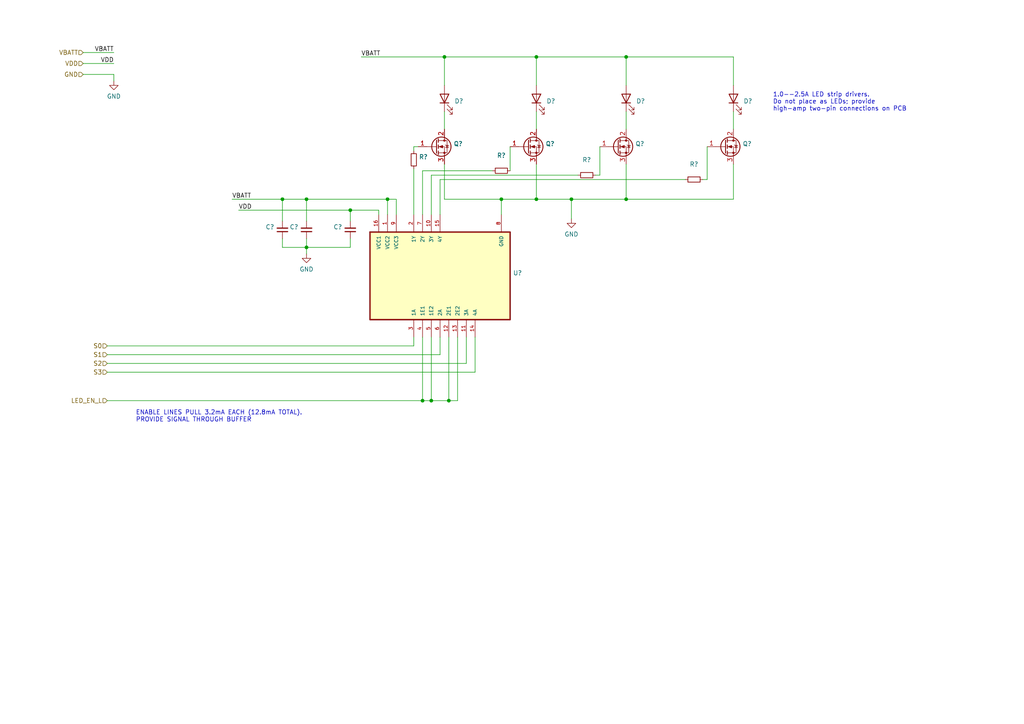
<source format=kicad_sch>
(kicad_sch (version 20211123) (generator eeschema)

  (uuid 1c54b71a-a5ef-4462-b363-c91e4e7cea2b)

  (paper "A4")

  (lib_symbols
    (symbol "Aaron-MOSFET-Drivers:SN75374N" (pin_names (offset 1.016)) (in_bom yes) (on_board yes)
      (property "Reference" "U" (id 0) (at -12.7 21.3106 0)
        (effects (font (size 1.27 1.27)) (justify left bottom))
      )
      (property "Value" "SN75374N" (id 1) (at -12.7 -24.3078 0)
        (effects (font (size 1.27 1.27)) (justify left bottom))
      )
      (property "Footprint" "Aaron_TI_Parts:TI_N_R-PDIP-T16" (id 2) (at 0 0 0)
        (effects (font (size 1.27 1.27)) (justify left bottom) hide)
      )
      (property "Datasheet" "https://www.ti.com/lit/ds/symlink/sn75374.pdf" (id 3) (at 0 0 0)
        (effects (font (size 1.27 1.27)) (justify left bottom) hide)
      )
      (property "ki_keywords" "MOSFET Power" (id 4) (at 0 0 0)
        (effects (font (size 1.27 1.27)) hide)
      )
      (property "ki_description" "Quad MOSFET Driver (inverting)" (id 5) (at 0 0 0)
        (effects (font (size 1.27 1.27)) hide)
      )
      (symbol "SN75374N_0_0"
        (rectangle (start -12.7 -20.32) (end 12.7 20.32)
          (stroke (width 0.4064) (type default) (color 0 0 0 0))
          (fill (type background))
        )
        (pin power_in line (at 17.78 15.24 180) (length 5.08)
          (name "VCC2" (effects (font (size 1.016 1.016))))
          (number "1" (effects (font (size 1.016 1.016))))
        )
        (pin output line (at 17.78 2.54 180) (length 5.08)
          (name "3Y" (effects (font (size 1.016 1.016))))
          (number "10" (effects (font (size 1.016 1.016))))
        )
        (pin input line (at -17.78 -7.62 0) (length 5.08)
          (name "3A" (effects (font (size 1.016 1.016))))
          (number "11" (effects (font (size 1.016 1.016))))
        )
        (pin input line (at -17.78 -2.54 0) (length 5.08)
          (name "2E1" (effects (font (size 1.016 1.016))))
          (number "12" (effects (font (size 1.016 1.016))))
        )
        (pin input line (at -17.78 -5.08 0) (length 5.08)
          (name "2E2" (effects (font (size 1.016 1.016))))
          (number "13" (effects (font (size 1.016 1.016))))
        )
        (pin input line (at -17.78 -10.16 0) (length 5.08)
          (name "4A" (effects (font (size 1.016 1.016))))
          (number "14" (effects (font (size 1.016 1.016))))
        )
        (pin output line (at 17.78 0 180) (length 5.08)
          (name "4Y" (effects (font (size 1.016 1.016))))
          (number "15" (effects (font (size 1.016 1.016))))
        )
        (pin power_in line (at 17.78 17.78 180) (length 5.08)
          (name "VCC1" (effects (font (size 1.016 1.016))))
          (number "16" (effects (font (size 1.016 1.016))))
        )
        (pin output line (at 17.78 7.62 180) (length 5.08)
          (name "1Y" (effects (font (size 1.016 1.016))))
          (number "2" (effects (font (size 1.016 1.016))))
        )
        (pin input line (at -17.78 7.62 0) (length 5.08)
          (name "1A" (effects (font (size 1.016 1.016))))
          (number "3" (effects (font (size 1.016 1.016))))
        )
        (pin input line (at -17.78 5.08 0) (length 5.08)
          (name "1E1" (effects (font (size 1.016 1.016))))
          (number "4" (effects (font (size 1.016 1.016))))
        )
        (pin input line (at -17.78 2.54 0) (length 5.08)
          (name "1E2" (effects (font (size 1.016 1.016))))
          (number "5" (effects (font (size 1.016 1.016))))
        )
        (pin input line (at -17.78 0 0) (length 5.08)
          (name "2A" (effects (font (size 1.016 1.016))))
          (number "6" (effects (font (size 1.016 1.016))))
        )
        (pin output line (at 17.78 5.08 180) (length 5.08)
          (name "2Y" (effects (font (size 1.016 1.016))))
          (number "7" (effects (font (size 1.016 1.016))))
        )
        (pin power_in line (at 17.78 -17.78 180) (length 5.08)
          (name "GND" (effects (font (size 1.016 1.016))))
          (number "8" (effects (font (size 1.016 1.016))))
        )
        (pin power_in line (at 17.78 12.7 180) (length 5.08)
          (name "VCC3" (effects (font (size 1.016 1.016))))
          (number "9" (effects (font (size 1.016 1.016))))
        )
      )
    )
    (symbol "Device:C_Small" (pin_numbers hide) (pin_names (offset 0.254) hide) (in_bom yes) (on_board yes)
      (property "Reference" "C" (id 0) (at 0.254 1.778 0)
        (effects (font (size 1.27 1.27)) (justify left))
      )
      (property "Value" "C_Small" (id 1) (at 0.254 -2.032 0)
        (effects (font (size 1.27 1.27)) (justify left))
      )
      (property "Footprint" "" (id 2) (at 0 0 0)
        (effects (font (size 1.27 1.27)) hide)
      )
      (property "Datasheet" "~" (id 3) (at 0 0 0)
        (effects (font (size 1.27 1.27)) hide)
      )
      (property "ki_keywords" "capacitor cap" (id 4) (at 0 0 0)
        (effects (font (size 1.27 1.27)) hide)
      )
      (property "ki_description" "Unpolarized capacitor, small symbol" (id 5) (at 0 0 0)
        (effects (font (size 1.27 1.27)) hide)
      )
      (property "ki_fp_filters" "C_*" (id 6) (at 0 0 0)
        (effects (font (size 1.27 1.27)) hide)
      )
      (symbol "C_Small_0_1"
        (polyline
          (pts
            (xy -1.524 -0.508)
            (xy 1.524 -0.508)
          )
          (stroke (width 0.3302) (type default) (color 0 0 0 0))
          (fill (type none))
        )
        (polyline
          (pts
            (xy -1.524 0.508)
            (xy 1.524 0.508)
          )
          (stroke (width 0.3048) (type default) (color 0 0 0 0))
          (fill (type none))
        )
      )
      (symbol "C_Small_1_1"
        (pin passive line (at 0 2.54 270) (length 2.032)
          (name "~" (effects (font (size 1.27 1.27))))
          (number "1" (effects (font (size 1.27 1.27))))
        )
        (pin passive line (at 0 -2.54 90) (length 2.032)
          (name "~" (effects (font (size 1.27 1.27))))
          (number "2" (effects (font (size 1.27 1.27))))
        )
      )
    )
    (symbol "Device:LED" (pin_numbers hide) (pin_names (offset 1.016) hide) (in_bom yes) (on_board yes)
      (property "Reference" "D" (id 0) (at 0 2.54 0)
        (effects (font (size 1.27 1.27)))
      )
      (property "Value" "LED" (id 1) (at 0 -2.54 0)
        (effects (font (size 1.27 1.27)))
      )
      (property "Footprint" "" (id 2) (at 0 0 0)
        (effects (font (size 1.27 1.27)) hide)
      )
      (property "Datasheet" "~" (id 3) (at 0 0 0)
        (effects (font (size 1.27 1.27)) hide)
      )
      (property "ki_keywords" "LED diode" (id 4) (at 0 0 0)
        (effects (font (size 1.27 1.27)) hide)
      )
      (property "ki_description" "Light emitting diode" (id 5) (at 0 0 0)
        (effects (font (size 1.27 1.27)) hide)
      )
      (property "ki_fp_filters" "LED* LED_SMD:* LED_THT:*" (id 6) (at 0 0 0)
        (effects (font (size 1.27 1.27)) hide)
      )
      (symbol "LED_0_1"
        (polyline
          (pts
            (xy -1.27 -1.27)
            (xy -1.27 1.27)
          )
          (stroke (width 0.254) (type default) (color 0 0 0 0))
          (fill (type none))
        )
        (polyline
          (pts
            (xy -1.27 0)
            (xy 1.27 0)
          )
          (stroke (width 0) (type default) (color 0 0 0 0))
          (fill (type none))
        )
        (polyline
          (pts
            (xy 1.27 -1.27)
            (xy 1.27 1.27)
            (xy -1.27 0)
            (xy 1.27 -1.27)
          )
          (stroke (width 0.254) (type default) (color 0 0 0 0))
          (fill (type none))
        )
        (polyline
          (pts
            (xy -3.048 -0.762)
            (xy -4.572 -2.286)
            (xy -3.81 -2.286)
            (xy -4.572 -2.286)
            (xy -4.572 -1.524)
          )
          (stroke (width 0) (type default) (color 0 0 0 0))
          (fill (type none))
        )
        (polyline
          (pts
            (xy -1.778 -0.762)
            (xy -3.302 -2.286)
            (xy -2.54 -2.286)
            (xy -3.302 -2.286)
            (xy -3.302 -1.524)
          )
          (stroke (width 0) (type default) (color 0 0 0 0))
          (fill (type none))
        )
      )
      (symbol "LED_1_1"
        (pin passive line (at -3.81 0 0) (length 2.54)
          (name "K" (effects (font (size 1.27 1.27))))
          (number "1" (effects (font (size 1.27 1.27))))
        )
        (pin passive line (at 3.81 0 180) (length 2.54)
          (name "A" (effects (font (size 1.27 1.27))))
          (number "2" (effects (font (size 1.27 1.27))))
        )
      )
    )
    (symbol "Device:R_Small" (pin_numbers hide) (pin_names (offset 0.254) hide) (in_bom yes) (on_board yes)
      (property "Reference" "R" (id 0) (at 0.762 0.508 0)
        (effects (font (size 1.27 1.27)) (justify left))
      )
      (property "Value" "R_Small" (id 1) (at 0.762 -1.016 0)
        (effects (font (size 1.27 1.27)) (justify left))
      )
      (property "Footprint" "" (id 2) (at 0 0 0)
        (effects (font (size 1.27 1.27)) hide)
      )
      (property "Datasheet" "~" (id 3) (at 0 0 0)
        (effects (font (size 1.27 1.27)) hide)
      )
      (property "ki_keywords" "R resistor" (id 4) (at 0 0 0)
        (effects (font (size 1.27 1.27)) hide)
      )
      (property "ki_description" "Resistor, small symbol" (id 5) (at 0 0 0)
        (effects (font (size 1.27 1.27)) hide)
      )
      (property "ki_fp_filters" "R_*" (id 6) (at 0 0 0)
        (effects (font (size 1.27 1.27)) hide)
      )
      (symbol "R_Small_0_1"
        (rectangle (start -0.762 1.778) (end 0.762 -1.778)
          (stroke (width 0.2032) (type default) (color 0 0 0 0))
          (fill (type none))
        )
      )
      (symbol "R_Small_1_1"
        (pin passive line (at 0 2.54 270) (length 0.762)
          (name "~" (effects (font (size 1.27 1.27))))
          (number "1" (effects (font (size 1.27 1.27))))
        )
        (pin passive line (at 0 -2.54 90) (length 0.762)
          (name "~" (effects (font (size 1.27 1.27))))
          (number "2" (effects (font (size 1.27 1.27))))
        )
      )
    )
    (symbol "Transistor_FET:IRLB8721PBF" (pin_names hide) (in_bom yes) (on_board yes)
      (property "Reference" "Q" (id 0) (at 6.35 1.905 0)
        (effects (font (size 1.27 1.27)) (justify left))
      )
      (property "Value" "IRLB8721PBF" (id 1) (at 6.35 0 0)
        (effects (font (size 1.27 1.27)) (justify left))
      )
      (property "Footprint" "Package_TO_SOT_THT:TO-220-3_Vertical" (id 2) (at 6.35 -1.905 0)
        (effects (font (size 1.27 1.27) italic) (justify left) hide)
      )
      (property "Datasheet" "http://www.infineon.com/dgdl/irlb8721pbf.pdf?fileId=5546d462533600a40153566056732591" (id 3) (at 0 0 0)
        (effects (font (size 1.27 1.27)) (justify left) hide)
      )
      (property "ki_keywords" "N-Channel HEXFET MOSFET Logic-Level" (id 4) (at 0 0 0)
        (effects (font (size 1.27 1.27)) hide)
      )
      (property "ki_description" "62A Id, 30V Vds, 8.7 mOhm Rds, N-Channel HEXFET Power MOSFET, TO-220" (id 5) (at 0 0 0)
        (effects (font (size 1.27 1.27)) hide)
      )
      (property "ki_fp_filters" "TO?220*" (id 6) (at 0 0 0)
        (effects (font (size 1.27 1.27)) hide)
      )
      (symbol "IRLB8721PBF_0_1"
        (polyline
          (pts
            (xy 0.254 0)
            (xy -2.54 0)
          )
          (stroke (width 0) (type default) (color 0 0 0 0))
          (fill (type none))
        )
        (polyline
          (pts
            (xy 0.254 1.905)
            (xy 0.254 -1.905)
          )
          (stroke (width 0.254) (type default) (color 0 0 0 0))
          (fill (type none))
        )
        (polyline
          (pts
            (xy 0.762 -1.27)
            (xy 0.762 -2.286)
          )
          (stroke (width 0.254) (type default) (color 0 0 0 0))
          (fill (type none))
        )
        (polyline
          (pts
            (xy 0.762 0.508)
            (xy 0.762 -0.508)
          )
          (stroke (width 0.254) (type default) (color 0 0 0 0))
          (fill (type none))
        )
        (polyline
          (pts
            (xy 0.762 2.286)
            (xy 0.762 1.27)
          )
          (stroke (width 0.254) (type default) (color 0 0 0 0))
          (fill (type none))
        )
        (polyline
          (pts
            (xy 2.54 2.54)
            (xy 2.54 1.778)
          )
          (stroke (width 0) (type default) (color 0 0 0 0))
          (fill (type none))
        )
        (polyline
          (pts
            (xy 2.54 -2.54)
            (xy 2.54 0)
            (xy 0.762 0)
          )
          (stroke (width 0) (type default) (color 0 0 0 0))
          (fill (type none))
        )
        (polyline
          (pts
            (xy 0.762 -1.778)
            (xy 3.302 -1.778)
            (xy 3.302 1.778)
            (xy 0.762 1.778)
          )
          (stroke (width 0) (type default) (color 0 0 0 0))
          (fill (type none))
        )
        (polyline
          (pts
            (xy 1.016 0)
            (xy 2.032 0.381)
            (xy 2.032 -0.381)
            (xy 1.016 0)
          )
          (stroke (width 0) (type default) (color 0 0 0 0))
          (fill (type outline))
        )
        (polyline
          (pts
            (xy 2.794 0.508)
            (xy 2.921 0.381)
            (xy 3.683 0.381)
            (xy 3.81 0.254)
          )
          (stroke (width 0) (type default) (color 0 0 0 0))
          (fill (type none))
        )
        (polyline
          (pts
            (xy 3.302 0.381)
            (xy 2.921 -0.254)
            (xy 3.683 -0.254)
            (xy 3.302 0.381)
          )
          (stroke (width 0) (type default) (color 0 0 0 0))
          (fill (type none))
        )
        (circle (center 1.651 0) (radius 2.794)
          (stroke (width 0.254) (type default) (color 0 0 0 0))
          (fill (type none))
        )
        (circle (center 2.54 -1.778) (radius 0.254)
          (stroke (width 0) (type default) (color 0 0 0 0))
          (fill (type outline))
        )
        (circle (center 2.54 1.778) (radius 0.254)
          (stroke (width 0) (type default) (color 0 0 0 0))
          (fill (type outline))
        )
      )
      (symbol "IRLB8721PBF_1_1"
        (pin input line (at -5.08 0 0) (length 2.54)
          (name "G" (effects (font (size 1.27 1.27))))
          (number "1" (effects (font (size 1.27 1.27))))
        )
        (pin passive line (at 2.54 5.08 270) (length 2.54)
          (name "D" (effects (font (size 1.27 1.27))))
          (number "2" (effects (font (size 1.27 1.27))))
        )
        (pin passive line (at 2.54 -5.08 90) (length 2.54)
          (name "S" (effects (font (size 1.27 1.27))))
          (number "3" (effects (font (size 1.27 1.27))))
        )
      )
    )
    (symbol "power:GND" (power) (pin_names (offset 0)) (in_bom yes) (on_board yes)
      (property "Reference" "#PWR" (id 0) (at 0 -6.35 0)
        (effects (font (size 1.27 1.27)) hide)
      )
      (property "Value" "GND" (id 1) (at 0 -3.81 0)
        (effects (font (size 1.27 1.27)))
      )
      (property "Footprint" "" (id 2) (at 0 0 0)
        (effects (font (size 1.27 1.27)) hide)
      )
      (property "Datasheet" "" (id 3) (at 0 0 0)
        (effects (font (size 1.27 1.27)) hide)
      )
      (property "ki_keywords" "power-flag" (id 4) (at 0 0 0)
        (effects (font (size 1.27 1.27)) hide)
      )
      (property "ki_description" "Power symbol creates a global label with name \"GND\" , ground" (id 5) (at 0 0 0)
        (effects (font (size 1.27 1.27)) hide)
      )
      (symbol "GND_0_1"
        (polyline
          (pts
            (xy 0 0)
            (xy 0 -1.27)
            (xy 1.27 -1.27)
            (xy 0 -2.54)
            (xy -1.27 -1.27)
            (xy 0 -1.27)
          )
          (stroke (width 0) (type default) (color 0 0 0 0))
          (fill (type none))
        )
      )
      (symbol "GND_1_1"
        (pin power_in line (at 0 0 270) (length 0) hide
          (name "GND" (effects (font (size 1.27 1.27))))
          (number "1" (effects (font (size 1.27 1.27))))
        )
      )
    )
  )

  (junction (at 181.61 57.785) (diameter 0) (color 0 0 0 0)
    (uuid 027a26e2-01c4-4c2a-8b93-5d1844bf213b)
  )
  (junction (at 155.575 57.785) (diameter 0) (color 0 0 0 0)
    (uuid 0980742c-040b-4ca7-85c5-e4aa20da49ea)
  )
  (junction (at 112.395 57.785) (diameter 0) (color 0 0 0 0)
    (uuid 18af3007-9426-423d-8d23-07a462c4fecb)
  )
  (junction (at 88.9 71.755) (diameter 0) (color 0 0 0 0)
    (uuid 19eb9ced-dc51-4a38-b585-fe8d0d450701)
  )
  (junction (at 128.905 16.51) (diameter 0) (color 0 0 0 0)
    (uuid 1e24a5b6-ef59-42aa-8084-24c28488bbf9)
  )
  (junction (at 145.415 57.785) (diameter 0) (color 0 0 0 0)
    (uuid 3bdbedae-831a-43c1-beea-4bb49e1d0ad3)
  )
  (junction (at 181.61 16.51) (diameter 0) (color 0 0 0 0)
    (uuid 44eadf40-6238-4d94-8d99-e9bbbda2d15a)
  )
  (junction (at 130.175 116.205) (diameter 0) (color 0 0 0 0)
    (uuid 487bc82a-ba7e-463b-8b07-c03b321fcf57)
  )
  (junction (at 81.915 57.785) (diameter 0) (color 0 0 0 0)
    (uuid 7fed5907-de60-45a5-9237-339943575c01)
  )
  (junction (at 88.9 57.785) (diameter 0) (color 0 0 0 0)
    (uuid a74ff715-4660-45a3-92ea-1d786d8e10d8)
  )
  (junction (at 122.555 116.205) (diameter 0) (color 0 0 0 0)
    (uuid bab4b40e-7eab-4330-8323-a28667f1e30f)
  )
  (junction (at 155.575 16.51) (diameter 0) (color 0 0 0 0)
    (uuid bda35b56-77c7-47ac-a433-2ac80dcbfe9b)
  )
  (junction (at 165.735 57.785) (diameter 0) (color 0 0 0 0)
    (uuid d841f3b0-9779-45ac-9bfa-e34777b6eb72)
  )
  (junction (at 125.095 116.205) (diameter 0) (color 0 0 0 0)
    (uuid ee909e2a-8f45-40ef-a295-600c9946354d)
  )
  (junction (at 101.6 60.96) (diameter 0) (color 0 0 0 0)
    (uuid f9697cdd-b063-4d91-89ef-af01079683ed)
  )

  (wire (pts (xy 112.395 57.785) (xy 112.395 62.23))
    (stroke (width 0) (type default) (color 0 0 0 0))
    (uuid 00205881-fc7f-432d-bd38-6c7257949824)
  )
  (wire (pts (xy 122.555 116.205) (xy 122.555 97.79))
    (stroke (width 0) (type default) (color 0 0 0 0))
    (uuid 09059395-4c19-4612-8343-ca2505ebe682)
  )
  (wire (pts (xy 104.775 16.51) (xy 128.905 16.51))
    (stroke (width 0) (type default) (color 0 0 0 0))
    (uuid 0a1fa3c9-131b-42ac-83d9-0c8a921079b7)
  )
  (wire (pts (xy 173.99 50.8) (xy 173.99 42.545))
    (stroke (width 0) (type default) (color 0 0 0 0))
    (uuid 0b3648a8-94b5-42cb-9179-e2a2e45cefe5)
  )
  (wire (pts (xy 205.105 52.07) (xy 205.105 42.545))
    (stroke (width 0) (type default) (color 0 0 0 0))
    (uuid 0d6a51c6-3412-44d2-844d-01cf3b0fd392)
  )
  (wire (pts (xy 203.835 52.07) (xy 205.105 52.07))
    (stroke (width 0) (type default) (color 0 0 0 0))
    (uuid 0dbfa4c4-e55a-43e3-812d-28f4913c7d5c)
  )
  (wire (pts (xy 69.215 60.96) (xy 101.6 60.96))
    (stroke (width 0) (type default) (color 0 0 0 0))
    (uuid 0f98181e-b34a-4e66-9899-ee56ff04c1e0)
  )
  (wire (pts (xy 212.725 16.51) (xy 212.725 24.765))
    (stroke (width 0) (type default) (color 0 0 0 0))
    (uuid 16ce09d1-7830-4784-9b0d-a9549f5f24e3)
  )
  (wire (pts (xy 109.855 62.23) (xy 109.855 60.96))
    (stroke (width 0) (type default) (color 0 0 0 0))
    (uuid 17febe0b-f8af-42ed-8520-a9d76f0946e8)
  )
  (wire (pts (xy 155.575 57.785) (xy 155.575 47.625))
    (stroke (width 0) (type default) (color 0 0 0 0))
    (uuid 182102f8-e00e-4502-9895-3c310a53122c)
  )
  (wire (pts (xy 120.015 48.895) (xy 120.015 62.23))
    (stroke (width 0) (type default) (color 0 0 0 0))
    (uuid 195f3c32-12b2-40a0-8b35-61c9ad21ff2a)
  )
  (wire (pts (xy 24.13 15.24) (xy 33.02 15.24))
    (stroke (width 0) (type default) (color 0 0 0 0))
    (uuid 1999e5ea-c35f-4fdb-b6f1-8e71bb236bc7)
  )
  (wire (pts (xy 120.015 42.545) (xy 120.015 43.815))
    (stroke (width 0) (type default) (color 0 0 0 0))
    (uuid 1acf11e5-f950-4bd7-aac1-5d5a9f3506d9)
  )
  (wire (pts (xy 127.635 52.07) (xy 127.635 62.23))
    (stroke (width 0) (type default) (color 0 0 0 0))
    (uuid 1d976a14-370a-4300-a409-71019690aad8)
  )
  (wire (pts (xy 147.955 42.545) (xy 147.955 49.53))
    (stroke (width 0) (type default) (color 0 0 0 0))
    (uuid 23f6ce9b-d101-4462-9ed0-a3a26a64e96e)
  )
  (wire (pts (xy 81.915 69.215) (xy 81.915 71.755))
    (stroke (width 0) (type default) (color 0 0 0 0))
    (uuid 2fb33fe6-6b6e-4e5f-83ed-9c3fcadd02b2)
  )
  (wire (pts (xy 101.6 60.96) (xy 101.6 64.135))
    (stroke (width 0) (type default) (color 0 0 0 0))
    (uuid 3146dc6e-0aa4-4c64-8b42-7aa7be239498)
  )
  (wire (pts (xy 101.6 71.755) (xy 101.6 69.215))
    (stroke (width 0) (type default) (color 0 0 0 0))
    (uuid 327e73cc-1c5e-45f7-b469-fdef5ec91f68)
  )
  (wire (pts (xy 31.115 102.87) (xy 127.635 102.87))
    (stroke (width 0) (type default) (color 0 0 0 0))
    (uuid 3e128757-6bd4-4842-b165-7a1bc0f5fdf6)
  )
  (wire (pts (xy 120.015 42.545) (xy 121.285 42.545))
    (stroke (width 0) (type default) (color 0 0 0 0))
    (uuid 42ebb4f7-5e42-4ba6-ae3b-331903ee442a)
  )
  (wire (pts (xy 128.905 16.51) (xy 155.575 16.51))
    (stroke (width 0) (type default) (color 0 0 0 0))
    (uuid 477a847a-ef32-4a04-b6d8-801fdb572c94)
  )
  (wire (pts (xy 122.555 49.53) (xy 122.555 62.23))
    (stroke (width 0) (type default) (color 0 0 0 0))
    (uuid 478c7485-756f-452d-88c6-4f06ac8d8c31)
  )
  (wire (pts (xy 128.905 57.785) (xy 145.415 57.785))
    (stroke (width 0) (type default) (color 0 0 0 0))
    (uuid 4829d1d4-0015-4be9-b8fe-419599fffa1e)
  )
  (wire (pts (xy 155.575 16.51) (xy 155.575 24.765))
    (stroke (width 0) (type default) (color 0 0 0 0))
    (uuid 49edcbd7-b89a-4950-a8e2-ef502151db40)
  )
  (wire (pts (xy 24.13 21.59) (xy 33.02 21.59))
    (stroke (width 0) (type default) (color 0 0 0 0))
    (uuid 4d369fe3-3f2b-410d-bf03-df3bb5292065)
  )
  (wire (pts (xy 114.935 62.23) (xy 114.935 57.785))
    (stroke (width 0) (type default) (color 0 0 0 0))
    (uuid 53ed15c8-6808-40ae-8ce5-41a6850c552b)
  )
  (wire (pts (xy 88.9 57.785) (xy 112.395 57.785))
    (stroke (width 0) (type default) (color 0 0 0 0))
    (uuid 56fa3b37-3899-46ba-9c1a-4e18773fde47)
  )
  (wire (pts (xy 67.31 57.785) (xy 81.915 57.785))
    (stroke (width 0) (type default) (color 0 0 0 0))
    (uuid 58e8fe37-45e6-4a69-a91e-ddbee0bb84d3)
  )
  (wire (pts (xy 122.555 49.53) (xy 142.875 49.53))
    (stroke (width 0) (type default) (color 0 0 0 0))
    (uuid 5ab85ccb-0756-409e-b129-63d880489b3d)
  )
  (wire (pts (xy 181.61 32.385) (xy 181.61 37.465))
    (stroke (width 0) (type default) (color 0 0 0 0))
    (uuid 5db40e3f-1d20-44c4-8036-c197cd6c3763)
  )
  (wire (pts (xy 165.735 57.785) (xy 165.735 63.5))
    (stroke (width 0) (type default) (color 0 0 0 0))
    (uuid 5f585738-390b-46d0-b57e-47c1a5c51930)
  )
  (wire (pts (xy 88.9 57.785) (xy 88.9 64.135))
    (stroke (width 0) (type default) (color 0 0 0 0))
    (uuid 5fa8d44a-69b3-420e-837c-be86aaeca009)
  )
  (wire (pts (xy 155.575 16.51) (xy 181.61 16.51))
    (stroke (width 0) (type default) (color 0 0 0 0))
    (uuid 617cde3c-48be-480d-9ffc-a902a0d5b9f1)
  )
  (wire (pts (xy 165.735 57.785) (xy 155.575 57.785))
    (stroke (width 0) (type default) (color 0 0 0 0))
    (uuid 64e8b995-6f30-4cb5-b500-17f22c190d40)
  )
  (wire (pts (xy 132.715 97.79) (xy 132.715 116.205))
    (stroke (width 0) (type default) (color 0 0 0 0))
    (uuid 6660c935-29e2-4ae5-86cc-b8012ffe9956)
  )
  (wire (pts (xy 137.795 107.95) (xy 31.115 107.95))
    (stroke (width 0) (type default) (color 0 0 0 0))
    (uuid 66eb1812-9d5e-4ed5-9f07-a04154c4417e)
  )
  (wire (pts (xy 81.915 64.135) (xy 81.915 57.785))
    (stroke (width 0) (type default) (color 0 0 0 0))
    (uuid 685e94f9-e9fb-4bfd-bb7b-ce1b2596ba98)
  )
  (wire (pts (xy 33.02 21.59) (xy 33.02 23.495))
    (stroke (width 0) (type default) (color 0 0 0 0))
    (uuid 68f65bbf-2552-4d54-a7ae-dfb18f318c2e)
  )
  (wire (pts (xy 128.905 32.385) (xy 128.905 37.465))
    (stroke (width 0) (type default) (color 0 0 0 0))
    (uuid 6935acce-88f3-4a01-a111-b78f088c3e8d)
  )
  (wire (pts (xy 181.61 16.51) (xy 181.61 24.765))
    (stroke (width 0) (type default) (color 0 0 0 0))
    (uuid 6a821629-53a4-44e6-8941-a958118a6fcb)
  )
  (wire (pts (xy 112.395 57.785) (xy 114.935 57.785))
    (stroke (width 0) (type default) (color 0 0 0 0))
    (uuid 6a8a6309-fbb7-4602-b428-5451ca8e506c)
  )
  (wire (pts (xy 181.61 16.51) (xy 212.725 16.51))
    (stroke (width 0) (type default) (color 0 0 0 0))
    (uuid 74395f20-dcbd-44d9-8b89-6ce051be149f)
  )
  (wire (pts (xy 212.725 32.385) (xy 212.725 37.465))
    (stroke (width 0) (type default) (color 0 0 0 0))
    (uuid 7dddfdaa-5d63-4665-aeb8-65958d39fc33)
  )
  (wire (pts (xy 130.175 97.79) (xy 130.175 116.205))
    (stroke (width 0) (type default) (color 0 0 0 0))
    (uuid 84b01bb6-b29f-4c4f-838b-effbf603037e)
  )
  (wire (pts (xy 31.115 116.205) (xy 122.555 116.205))
    (stroke (width 0) (type default) (color 0 0 0 0))
    (uuid 88cd9089-22f0-4549-8cea-47c83544703c)
  )
  (wire (pts (xy 31.115 105.41) (xy 135.255 105.41))
    (stroke (width 0) (type default) (color 0 0 0 0))
    (uuid 8d00733e-97c2-494d-872c-71cefcb16ffd)
  )
  (wire (pts (xy 130.175 116.205) (xy 132.715 116.205))
    (stroke (width 0) (type default) (color 0 0 0 0))
    (uuid 8e7dc479-c623-47ba-8a83-ac9c346774fa)
  )
  (wire (pts (xy 212.725 47.625) (xy 212.725 57.785))
    (stroke (width 0) (type default) (color 0 0 0 0))
    (uuid 93bfc75c-6e1e-47c6-8d67-57ecffb67e8f)
  )
  (wire (pts (xy 122.555 116.205) (xy 125.095 116.205))
    (stroke (width 0) (type default) (color 0 0 0 0))
    (uuid 9b8326cc-073b-4cdd-a371-69ccf616b5ae)
  )
  (wire (pts (xy 31.115 100.33) (xy 120.015 100.33))
    (stroke (width 0) (type default) (color 0 0 0 0))
    (uuid 9fb9296c-df01-47c2-ac22-a9265eef5021)
  )
  (wire (pts (xy 24.13 18.415) (xy 33.02 18.415))
    (stroke (width 0) (type default) (color 0 0 0 0))
    (uuid a148b43c-7e34-4fc3-b619-80916e1150d5)
  )
  (wire (pts (xy 181.61 57.785) (xy 165.735 57.785))
    (stroke (width 0) (type default) (color 0 0 0 0))
    (uuid ad1243c4-0083-45f0-bad3-b6f1ba625cc4)
  )
  (wire (pts (xy 81.915 57.785) (xy 88.9 57.785))
    (stroke (width 0) (type default) (color 0 0 0 0))
    (uuid ae9f4a9c-1940-435f-8257-98ebf84ca057)
  )
  (wire (pts (xy 120.015 97.79) (xy 120.015 100.33))
    (stroke (width 0) (type default) (color 0 0 0 0))
    (uuid b3defa1f-7725-439e-aa4e-86693096e2ab)
  )
  (wire (pts (xy 125.095 116.205) (xy 130.175 116.205))
    (stroke (width 0) (type default) (color 0 0 0 0))
    (uuid bb61e2a6-17ce-4f1d-83aa-e43f59c98fac)
  )
  (wire (pts (xy 145.415 62.23) (xy 145.415 57.785))
    (stroke (width 0) (type default) (color 0 0 0 0))
    (uuid bbdcaffd-7e6c-450a-a957-26163efd5b65)
  )
  (wire (pts (xy 128.905 47.625) (xy 128.905 57.785))
    (stroke (width 0) (type default) (color 0 0 0 0))
    (uuid bd3e631e-b6f0-4fb4-915e-5abd0e68e304)
  )
  (wire (pts (xy 135.255 105.41) (xy 135.255 97.79))
    (stroke (width 0) (type default) (color 0 0 0 0))
    (uuid c16e3216-0ccd-4463-88a9-f5c4c60ff0be)
  )
  (wire (pts (xy 88.9 69.215) (xy 88.9 71.755))
    (stroke (width 0) (type default) (color 0 0 0 0))
    (uuid c4f0a24a-00d3-4027-bed5-24a700f6f182)
  )
  (wire (pts (xy 125.095 97.79) (xy 125.095 116.205))
    (stroke (width 0) (type default) (color 0 0 0 0))
    (uuid ca980692-c311-42e5-bba6-f000c2235bde)
  )
  (wire (pts (xy 172.72 50.8) (xy 173.99 50.8))
    (stroke (width 0) (type default) (color 0 0 0 0))
    (uuid d1b1092b-530a-4787-b901-a280a74e0de3)
  )
  (wire (pts (xy 155.575 32.385) (xy 155.575 37.465))
    (stroke (width 0) (type default) (color 0 0 0 0))
    (uuid d1f5233f-371c-4c80-9d12-d48cad0d4167)
  )
  (wire (pts (xy 137.795 97.79) (xy 137.795 107.95))
    (stroke (width 0) (type default) (color 0 0 0 0))
    (uuid d6932c3c-e9d4-4af0-a81a-e72820d454b7)
  )
  (wire (pts (xy 127.635 52.07) (xy 198.755 52.07))
    (stroke (width 0) (type default) (color 0 0 0 0))
    (uuid db18f1b4-c3fa-4032-b570-45286a22df0a)
  )
  (wire (pts (xy 128.905 16.51) (xy 128.905 24.765))
    (stroke (width 0) (type default) (color 0 0 0 0))
    (uuid e1153dfd-83f2-4922-b98f-5c9b53e62707)
  )
  (wire (pts (xy 125.095 50.8) (xy 125.095 62.23))
    (stroke (width 0) (type default) (color 0 0 0 0))
    (uuid e9b844de-32c8-47e6-9689-6a8b5f0ea151)
  )
  (wire (pts (xy 125.095 50.8) (xy 167.64 50.8))
    (stroke (width 0) (type default) (color 0 0 0 0))
    (uuid eb8c37ee-1a71-40b5-b148-dc6c6215a223)
  )
  (wire (pts (xy 81.915 71.755) (xy 88.9 71.755))
    (stroke (width 0) (type default) (color 0 0 0 0))
    (uuid ec13dc67-35e0-478d-883c-a11b7f6a5c4c)
  )
  (wire (pts (xy 88.9 71.755) (xy 101.6 71.755))
    (stroke (width 0) (type default) (color 0 0 0 0))
    (uuid ec968db6-29ff-4349-b838-e358e05880c7)
  )
  (wire (pts (xy 127.635 102.87) (xy 127.635 97.79))
    (stroke (width 0) (type default) (color 0 0 0 0))
    (uuid ee352053-e0d9-497b-b5db-e166e0182a3e)
  )
  (wire (pts (xy 101.6 60.96) (xy 109.855 60.96))
    (stroke (width 0) (type default) (color 0 0 0 0))
    (uuid ee38f7be-d0a0-4b91-a613-3b549d74b369)
  )
  (wire (pts (xy 88.9 71.755) (xy 88.9 73.66))
    (stroke (width 0) (type default) (color 0 0 0 0))
    (uuid f23a6e40-b1fb-45a6-a342-733dd651f4c3)
  )
  (wire (pts (xy 212.725 57.785) (xy 181.61 57.785))
    (stroke (width 0) (type default) (color 0 0 0 0))
    (uuid f6f10d36-907a-47ee-9a4a-aa0e140e3e77)
  )
  (wire (pts (xy 145.415 57.785) (xy 155.575 57.785))
    (stroke (width 0) (type default) (color 0 0 0 0))
    (uuid fbcafbe9-f4af-446c-a91c-be5603e78f15)
  )
  (wire (pts (xy 181.61 47.625) (xy 181.61 57.785))
    (stroke (width 0) (type default) (color 0 0 0 0))
    (uuid fff22223-8d54-4242-9c81-f1b838590b0f)
  )

  (text "ENABLE LINES PULL 3.2mA EACH (12.8mA TOTAL).\nPROVIDE SIGNAL THROUGH BUFFER\n"
    (at 39.37 122.555 0)
    (effects (font (size 1.27 1.27)) (justify left bottom))
    (uuid 300e1ff5-88a3-45bb-a313-d520edc1240a)
  )
  (text "1.0--2.5A LED strip drivers.\nDo not place as LEDs; provide \nhigh-amp two-pin connections on PCB"
    (at 224.155 32.385 0)
    (effects (font (size 1.27 1.27)) (justify left bottom))
    (uuid 64ac67b9-3b58-4115-bccf-53ae3bbe7c97)
  )

  (label "VBATT" (at 104.775 16.51 0)
    (effects (font (size 1.27 1.27)) (justify left bottom))
    (uuid 80f59c0d-95ca-4961-bced-a734ba9af7db)
  )
  (label "VBATT" (at 33.02 15.24 180)
    (effects (font (size 1.27 1.27)) (justify right bottom))
    (uuid c7b7cc37-ec38-476c-b8a6-02cb34d65d58)
  )
  (label "VDD" (at 33.02 18.415 180)
    (effects (font (size 1.27 1.27)) (justify right bottom))
    (uuid d815769b-9f39-401b-8248-4972824d46e1)
  )
  (label "VDD" (at 69.215 60.96 0)
    (effects (font (size 1.27 1.27)) (justify left bottom))
    (uuid e39f4869-9ab9-4149-883b-4821b4d21321)
  )
  (label "VBATT" (at 67.31 57.785 0)
    (effects (font (size 1.27 1.27)) (justify left bottom))
    (uuid f6657a57-76af-4b2d-8157-777f75cd10de)
  )

  (hierarchical_label "GND" (shape input) (at 24.13 21.59 180)
    (effects (font (size 1.27 1.27)) (justify right))
    (uuid 037c57d8-4322-4dfe-9d78-fae3475966ca)
  )
  (hierarchical_label "VDD" (shape input) (at 24.13 18.415 180)
    (effects (font (size 1.27 1.27)) (justify right))
    (uuid 1aee227e-4171-4019-8ea5-156d910deb16)
  )
  (hierarchical_label "LED_EN_L" (shape input) (at 31.115 116.205 180)
    (effects (font (size 1.27 1.27)) (justify right))
    (uuid 51c7cf6c-cd05-4273-90b2-7b529bb937c5)
  )
  (hierarchical_label "S2" (shape input) (at 31.115 105.41 180)
    (effects (font (size 1.27 1.27)) (justify right))
    (uuid 64bb1d06-9c35-4214-acf3-f54308644af0)
  )
  (hierarchical_label "VBATT" (shape input) (at 24.13 15.24 180)
    (effects (font (size 1.27 1.27)) (justify right))
    (uuid 8be66b69-fae2-4c54-afc2-6919dbfc1c3b)
  )
  (hierarchical_label "S1" (shape input) (at 31.115 102.87 180)
    (effects (font (size 1.27 1.27)) (justify right))
    (uuid c43adc70-f55b-432d-ae52-5371f2849376)
  )
  (hierarchical_label "S3" (shape input) (at 31.115 107.95 180)
    (effects (font (size 1.27 1.27)) (justify right))
    (uuid d7d6b767-8488-4da2-a78c-a14219a87c9f)
  )
  (hierarchical_label "S0" (shape input) (at 31.115 100.33 180)
    (effects (font (size 1.27 1.27)) (justify right))
    (uuid de62c0a7-3bbc-4b56-ac59-d4daa94cf44b)
  )

  (symbol (lib_id "Device:R_Small") (at 145.415 49.53 90) (unit 1)
    (in_bom yes) (on_board yes) (fields_autoplaced)
    (uuid 0b61b791-c93d-4e5e-8612-a51647bd4653)
    (property "Reference" "R?" (id 0) (at 145.415 45.0936 90))
    (property "Value" "" (id 1) (at 145.415 47.6305 90))
    (property "Footprint" "" (id 2) (at 145.415 49.53 0)
      (effects (font (size 1.27 1.27)) hide)
    )
    (property "Datasheet" "~" (id 3) (at 145.415 49.53 0)
      (effects (font (size 1.27 1.27)) hide)
    )
    (pin "1" (uuid d425190b-14ed-4c77-a300-5d108fe50f54))
    (pin "2" (uuid f9506a19-f035-4fe7-ab76-dd20d6dcfcd9))
  )

  (symbol (lib_id "Device:R_Small") (at 120.015 46.355 0) (unit 1)
    (in_bom yes) (on_board yes) (fields_autoplaced)
    (uuid 1dbc81f2-857e-4cd8-8c7e-5d0045d8d865)
    (property "Reference" "R?" (id 0) (at 121.5136 45.5203 0)
      (effects (font (size 1.27 1.27)) (justify left))
    )
    (property "Value" "" (id 1) (at 121.5136 48.0572 0)
      (effects (font (size 1.27 1.27)) (justify left))
    )
    (property "Footprint" "" (id 2) (at 120.015 46.355 0)
      (effects (font (size 1.27 1.27)) hide)
    )
    (property "Datasheet" "~" (id 3) (at 120.015 46.355 0)
      (effects (font (size 1.27 1.27)) hide)
    )
    (pin "1" (uuid d41bdab7-31c7-491d-af36-ef6ad22d392a))
    (pin "2" (uuid d4d2cc91-1cea-437d-9ff1-7d73cd307af6))
  )

  (symbol (lib_id "Transistor_FET:IRLB8721PBF") (at 126.365 42.545 0) (unit 1)
    (in_bom yes) (on_board yes) (fields_autoplaced)
    (uuid 297ead72-a4fa-4041-9e6d-cf591851a2e1)
    (property "Reference" "Q?" (id 0) (at 131.572 41.7103 0)
      (effects (font (size 1.27 1.27)) (justify left))
    )
    (property "Value" "" (id 1) (at 131.572 44.2472 0)
      (effects (font (size 1.27 1.27)) (justify left))
    )
    (property "Footprint" "" (id 2) (at 132.715 44.45 0)
      (effects (font (size 1.27 1.27) italic) (justify left) hide)
    )
    (property "Datasheet" "http://www.infineon.com/dgdl/irlb8721pbf.pdf?fileId=5546d462533600a40153566056732591" (id 3) (at 126.365 42.545 0)
      (effects (font (size 1.27 1.27)) (justify left) hide)
    )
    (pin "1" (uuid b5b3da46-42ad-4731-9ce4-ab62b9ccedb7))
    (pin "2" (uuid d012336a-c822-4ad9-b694-344f9e761ddc))
    (pin "3" (uuid a5dd78c9-0322-41a5-9b53-1eee7f96c3d2))
  )

  (symbol (lib_id "Aaron-MOSFET-Drivers:SN75374N") (at 127.635 80.01 90) (unit 1)
    (in_bom yes) (on_board yes) (fields_autoplaced)
    (uuid 30fe83af-b89d-4d61-b765-f24eb984dae2)
    (property "Reference" "U?" (id 0) (at 148.7932 79.1753 90)
      (effects (font (size 1.27 1.27)) (justify right))
    )
    (property "Value" "" (id 1) (at 148.7932 81.7122 90)
      (effects (font (size 1.27 1.27)) (justify right))
    )
    (property "Footprint" "" (id 2) (at 127.635 80.01 0)
      (effects (font (size 1.27 1.27)) (justify left bottom) hide)
    )
    (property "Datasheet" "https://www.ti.com/lit/ds/symlink/sn75374.pdf" (id 3) (at 127.635 80.01 0)
      (effects (font (size 1.27 1.27)) (justify left bottom) hide)
    )
    (pin "1" (uuid 8a2074a3-98db-49f8-84ea-9a7b0c7ae8bb))
    (pin "10" (uuid ea442c45-e6be-4c2b-aefa-a376a43ffc00))
    (pin "11" (uuid 4265b8c5-a12b-4bfc-b864-917e57b4e0d3))
    (pin "12" (uuid e7426c94-46b9-4a0d-ae8f-3e07b1d94206))
    (pin "13" (uuid 9dbdeab3-f416-4b2e-adb6-f9f11eb2e321))
    (pin "14" (uuid 963bcaa4-a35b-444b-a4a8-cc7fb2d53832))
    (pin "15" (uuid b3ecd6c5-9ecc-4b2a-b3ac-2cbef6731b2e))
    (pin "16" (uuid 5b65ec55-2603-43e3-8436-0170e2080feb))
    (pin "2" (uuid 22ce2886-a3ff-4303-9918-e65f284eae8d))
    (pin "3" (uuid 3edfdbc6-91ea-48fd-9729-ec5e19d79bff))
    (pin "4" (uuid 56d4252d-960e-4467-ba83-19fa4deb5f76))
    (pin "5" (uuid 3aff41f7-4c16-4197-aeb9-7a19ca3f9c39))
    (pin "6" (uuid 7e629e0c-12ff-4d77-9ea3-744a91a405f8))
    (pin "7" (uuid be5303d4-dacf-4345-b2fe-91298e3a6ff9))
    (pin "8" (uuid e18d28e2-bce4-44e4-a92d-7d2d8ac9e6ed))
    (pin "9" (uuid 6e1fb05f-2837-4987-85e1-eff2dbad7faf))
  )

  (symbol (lib_id "Device:R_Small") (at 170.18 50.8 90) (unit 1)
    (in_bom yes) (on_board yes) (fields_autoplaced)
    (uuid 3739daa4-abcc-4de0-9df1-8b5874082103)
    (property "Reference" "R?" (id 0) (at 170.18 46.3636 90))
    (property "Value" "" (id 1) (at 170.18 48.9005 90))
    (property "Footprint" "" (id 2) (at 170.18 50.8 0)
      (effects (font (size 1.27 1.27)) hide)
    )
    (property "Datasheet" "~" (id 3) (at 170.18 50.8 0)
      (effects (font (size 1.27 1.27)) hide)
    )
    (pin "1" (uuid 7bc6ef2c-50ea-41cd-ac6a-cb45d801af34))
    (pin "2" (uuid efcb3578-aaae-4be7-bc24-11cc8e28d253))
  )

  (symbol (lib_id "Device:LED") (at 212.725 28.575 90) (unit 1)
    (in_bom yes) (on_board yes) (fields_autoplaced)
    (uuid 540c6e04-33e4-4f06-920f-d5fa2b14e6a6)
    (property "Reference" "D?" (id 0) (at 215.646 29.3278 90)
      (effects (font (size 1.27 1.27)) (justify right))
    )
    (property "Value" "" (id 1) (at 215.646 31.8647 90)
      (effects (font (size 1.27 1.27)) (justify right))
    )
    (property "Footprint" "" (id 2) (at 212.725 28.575 0)
      (effects (font (size 1.27 1.27)) hide)
    )
    (property "Datasheet" "~" (id 3) (at 212.725 28.575 0)
      (effects (font (size 1.27 1.27)) hide)
    )
    (pin "1" (uuid b456313c-5baf-49d3-ad3f-1ce558359989))
    (pin "2" (uuid 5ba40784-8f1c-48f6-abd3-0856a8debf59))
  )

  (symbol (lib_id "Device:LED") (at 181.61 28.575 90) (unit 1)
    (in_bom yes) (on_board yes) (fields_autoplaced)
    (uuid 56c8ce8e-88f4-4684-83ad-81768249d2ff)
    (property "Reference" "D?" (id 0) (at 184.531 29.3278 90)
      (effects (font (size 1.27 1.27)) (justify right))
    )
    (property "Value" "" (id 1) (at 184.531 31.8647 90)
      (effects (font (size 1.27 1.27)) (justify right))
    )
    (property "Footprint" "" (id 2) (at 181.61 28.575 0)
      (effects (font (size 1.27 1.27)) hide)
    )
    (property "Datasheet" "~" (id 3) (at 181.61 28.575 0)
      (effects (font (size 1.27 1.27)) hide)
    )
    (pin "1" (uuid 6c56c35b-4347-42a0-8b2c-28934f86d3ec))
    (pin "2" (uuid 7a44fbb0-f04b-4601-9da7-4456d49a582e))
  )

  (symbol (lib_id "Transistor_FET:IRLB8721PBF") (at 179.07 42.545 0) (unit 1)
    (in_bom yes) (on_board yes) (fields_autoplaced)
    (uuid 5f54653b-eb02-4a0e-8989-515597a58a45)
    (property "Reference" "Q?" (id 0) (at 184.277 41.7103 0)
      (effects (font (size 1.27 1.27)) (justify left))
    )
    (property "Value" "" (id 1) (at 184.277 44.2472 0)
      (effects (font (size 1.27 1.27)) (justify left))
    )
    (property "Footprint" "" (id 2) (at 185.42 44.45 0)
      (effects (font (size 1.27 1.27) italic) (justify left) hide)
    )
    (property "Datasheet" "http://www.infineon.com/dgdl/irlb8721pbf.pdf?fileId=5546d462533600a40153566056732591" (id 3) (at 179.07 42.545 0)
      (effects (font (size 1.27 1.27)) (justify left) hide)
    )
    (pin "1" (uuid cf147b11-4d7a-49fd-b2e2-55c9c4c7b92f))
    (pin "2" (uuid bda88e20-c14d-4e63-9e6c-8b92375ee6b0))
    (pin "3" (uuid 640fa158-3bfc-449a-ada6-721acdd8f4cd))
  )

  (symbol (lib_id "Device:C_Small") (at 88.9 66.675 0) (mirror x) (unit 1)
    (in_bom yes) (on_board yes) (fields_autoplaced)
    (uuid 7b43fbe4-e4d9-482d-9118-430c8c6be224)
    (property "Reference" "C?" (id 0) (at 86.5759 65.8339 0)
      (effects (font (size 1.27 1.27)) (justify right))
    )
    (property "Value" "" (id 1) (at 86.5759 68.3708 0)
      (effects (font (size 1.27 1.27)) (justify right))
    )
    (property "Footprint" "" (id 2) (at 88.9 66.675 0)
      (effects (font (size 1.27 1.27)) hide)
    )
    (property "Datasheet" "~" (id 3) (at 88.9 66.675 0)
      (effects (font (size 1.27 1.27)) hide)
    )
    (pin "1" (uuid 831195c1-ba5e-4814-bfb4-e5b7066b6591))
    (pin "2" (uuid c0c4a435-6457-4fc6-9c0a-fc58c6f80a93))
  )

  (symbol (lib_id "power:GND") (at 88.9 73.66 0) (unit 1)
    (in_bom yes) (on_board yes) (fields_autoplaced)
    (uuid 812c5481-9b2f-425e-9b5c-46fa07d5754f)
    (property "Reference" "#PWR0130" (id 0) (at 88.9 80.01 0)
      (effects (font (size 1.27 1.27)) hide)
    )
    (property "Value" "GND" (id 1) (at 88.9 78.1034 0))
    (property "Footprint" "" (id 2) (at 88.9 73.66 0)
      (effects (font (size 1.27 1.27)) hide)
    )
    (property "Datasheet" "" (id 3) (at 88.9 73.66 0)
      (effects (font (size 1.27 1.27)) hide)
    )
    (pin "1" (uuid 7afb5150-588a-484d-b1da-d1b1f897c2d6))
  )

  (symbol (lib_id "Transistor_FET:IRLB8721PBF") (at 153.035 42.545 0) (unit 1)
    (in_bom yes) (on_board yes) (fields_autoplaced)
    (uuid 87be6bbd-26ab-4c15-97d2-790a4b9e56c6)
    (property "Reference" "Q?" (id 0) (at 158.242 41.7103 0)
      (effects (font (size 1.27 1.27)) (justify left))
    )
    (property "Value" "" (id 1) (at 158.242 44.2472 0)
      (effects (font (size 1.27 1.27)) (justify left))
    )
    (property "Footprint" "" (id 2) (at 159.385 44.45 0)
      (effects (font (size 1.27 1.27) italic) (justify left) hide)
    )
    (property "Datasheet" "http://www.infineon.com/dgdl/irlb8721pbf.pdf?fileId=5546d462533600a40153566056732591" (id 3) (at 153.035 42.545 0)
      (effects (font (size 1.27 1.27)) (justify left) hide)
    )
    (pin "1" (uuid 1bb9fee8-a43c-4716-b9ca-b164164551f5))
    (pin "2" (uuid ac158d47-52c4-4f69-a19b-fa9a363000ed))
    (pin "3" (uuid 7d76fa80-9716-4d4a-89dc-459191d23ece))
  )

  (symbol (lib_id "Device:LED") (at 155.575 28.575 90) (unit 1)
    (in_bom yes) (on_board yes) (fields_autoplaced)
    (uuid 9dc4a27e-d0d9-4211-971a-559a5f7cb72c)
    (property "Reference" "D?" (id 0) (at 158.496 29.3278 90)
      (effects (font (size 1.27 1.27)) (justify right))
    )
    (property "Value" "" (id 1) (at 158.496 31.8647 90)
      (effects (font (size 1.27 1.27)) (justify right))
    )
    (property "Footprint" "" (id 2) (at 155.575 28.575 0)
      (effects (font (size 1.27 1.27)) hide)
    )
    (property "Datasheet" "~" (id 3) (at 155.575 28.575 0)
      (effects (font (size 1.27 1.27)) hide)
    )
    (pin "1" (uuid 7dda304f-2127-4854-b120-f7e40d7a1ea9))
    (pin "2" (uuid c7368ba0-50e1-422a-b62b-0334ef0423ae))
  )

  (symbol (lib_id "Device:LED") (at 128.905 28.575 90) (unit 1)
    (in_bom yes) (on_board yes) (fields_autoplaced)
    (uuid af2f15d4-c3a9-4542-81f7-383d7b81cdcd)
    (property "Reference" "D?" (id 0) (at 131.826 29.3278 90)
      (effects (font (size 1.27 1.27)) (justify right))
    )
    (property "Value" "" (id 1) (at 131.826 31.8647 90)
      (effects (font (size 1.27 1.27)) (justify right))
    )
    (property "Footprint" "" (id 2) (at 128.905 28.575 0)
      (effects (font (size 1.27 1.27)) hide)
    )
    (property "Datasheet" "~" (id 3) (at 128.905 28.575 0)
      (effects (font (size 1.27 1.27)) hide)
    )
    (pin "1" (uuid 055d653b-7e3e-4b22-8038-1498d27ca89e))
    (pin "2" (uuid df069792-98b9-4759-b70e-d819521407a0))
  )

  (symbol (lib_id "Device:R_Small") (at 201.295 52.07 90) (unit 1)
    (in_bom yes) (on_board yes) (fields_autoplaced)
    (uuid bf2a4f30-ddb1-492f-8b17-283050d31010)
    (property "Reference" "R?" (id 0) (at 201.295 47.6336 90))
    (property "Value" "" (id 1) (at 201.295 50.1705 90))
    (property "Footprint" "" (id 2) (at 201.295 52.07 0)
      (effects (font (size 1.27 1.27)) hide)
    )
    (property "Datasheet" "~" (id 3) (at 201.295 52.07 0)
      (effects (font (size 1.27 1.27)) hide)
    )
    (pin "1" (uuid f84afbaa-d642-494c-bba8-be3e62e701fb))
    (pin "2" (uuid b3214507-c2f3-4c61-ac32-4437f70aff1c))
  )

  (symbol (lib_id "Device:C_Small") (at 101.6 66.675 0) (mirror x) (unit 1)
    (in_bom yes) (on_board yes) (fields_autoplaced)
    (uuid cf8ba1db-cf38-4c03-8e7e-6b90423b4854)
    (property "Reference" "C?" (id 0) (at 99.2759 65.8339 0)
      (effects (font (size 1.27 1.27)) (justify right))
    )
    (property "Value" "" (id 1) (at 99.2759 68.3708 0)
      (effects (font (size 1.27 1.27)) (justify right))
    )
    (property "Footprint" "" (id 2) (at 101.6 66.675 0)
      (effects (font (size 1.27 1.27)) hide)
    )
    (property "Datasheet" "~" (id 3) (at 101.6 66.675 0)
      (effects (font (size 1.27 1.27)) hide)
    )
    (pin "1" (uuid 6778ea70-1e2a-4cef-9790-a8d599e110e1))
    (pin "2" (uuid 64cea123-fc90-4b5e-b9df-acace91b685b))
  )

  (symbol (lib_id "power:GND") (at 165.735 63.5 0) (unit 1)
    (in_bom yes) (on_board yes) (fields_autoplaced)
    (uuid e63ec6ab-cf93-4abf-8fbd-876ca0e6dd8a)
    (property "Reference" "#PWR0128" (id 0) (at 165.735 69.85 0)
      (effects (font (size 1.27 1.27)) hide)
    )
    (property "Value" "GND" (id 1) (at 165.735 67.9434 0))
    (property "Footprint" "" (id 2) (at 165.735 63.5 0)
      (effects (font (size 1.27 1.27)) hide)
    )
    (property "Datasheet" "" (id 3) (at 165.735 63.5 0)
      (effects (font (size 1.27 1.27)) hide)
    )
    (pin "1" (uuid f38cf1ac-05ef-440a-8edf-45257e0a44f3))
  )

  (symbol (lib_id "Transistor_FET:IRLB8721PBF") (at 210.185 42.545 0) (unit 1)
    (in_bom yes) (on_board yes) (fields_autoplaced)
    (uuid f1728c62-591f-40f5-a0f8-22e5ced44247)
    (property "Reference" "Q?" (id 0) (at 215.392 41.7103 0)
      (effects (font (size 1.27 1.27)) (justify left))
    )
    (property "Value" "" (id 1) (at 215.392 44.2472 0)
      (effects (font (size 1.27 1.27)) (justify left))
    )
    (property "Footprint" "" (id 2) (at 216.535 44.45 0)
      (effects (font (size 1.27 1.27) italic) (justify left) hide)
    )
    (property "Datasheet" "http://www.infineon.com/dgdl/irlb8721pbf.pdf?fileId=5546d462533600a40153566056732591" (id 3) (at 210.185 42.545 0)
      (effects (font (size 1.27 1.27)) (justify left) hide)
    )
    (pin "1" (uuid d0782cff-501c-442a-add3-2fc99ae1101a))
    (pin "2" (uuid 336c946e-67f2-4020-906a-c4efe8118b14))
    (pin "3" (uuid 25d41212-12cb-40db-b714-e388d0d24dd3))
  )

  (symbol (lib_id "power:GND") (at 33.02 23.495 0) (unit 1)
    (in_bom yes) (on_board yes) (fields_autoplaced)
    (uuid f939b734-8de8-43f3-bba0-7d3f1f991a9d)
    (property "Reference" "#PWR0129" (id 0) (at 33.02 29.845 0)
      (effects (font (size 1.27 1.27)) hide)
    )
    (property "Value" "GND" (id 1) (at 33.02 27.9384 0))
    (property "Footprint" "" (id 2) (at 33.02 23.495 0)
      (effects (font (size 1.27 1.27)) hide)
    )
    (property "Datasheet" "" (id 3) (at 33.02 23.495 0)
      (effects (font (size 1.27 1.27)) hide)
    )
    (pin "1" (uuid d5fce2db-9dc5-4874-b31e-15dcd9b0322c))
  )

  (symbol (lib_id "Device:C_Small") (at 81.915 66.675 0) (mirror x) (unit 1)
    (in_bom yes) (on_board yes) (fields_autoplaced)
    (uuid fd752833-d2a2-4c3a-89a8-1a6e5fc30b8c)
    (property "Reference" "C?" (id 0) (at 79.5909 65.8339 0)
      (effects (font (size 1.27 1.27)) (justify right))
    )
    (property "Value" "" (id 1) (at 79.5909 68.3708 0)
      (effects (font (size 1.27 1.27)) (justify right))
    )
    (property "Footprint" "" (id 2) (at 81.915 66.675 0)
      (effects (font (size 1.27 1.27)) hide)
    )
    (property "Datasheet" "~" (id 3) (at 81.915 66.675 0)
      (effects (font (size 1.27 1.27)) hide)
    )
    (pin "1" (uuid adbe7f85-3097-41e2-98c1-244bf49bb00e))
    (pin "2" (uuid 9479bd4e-dd45-4de2-b1ef-b7f07a2c6472))
  )
)

</source>
